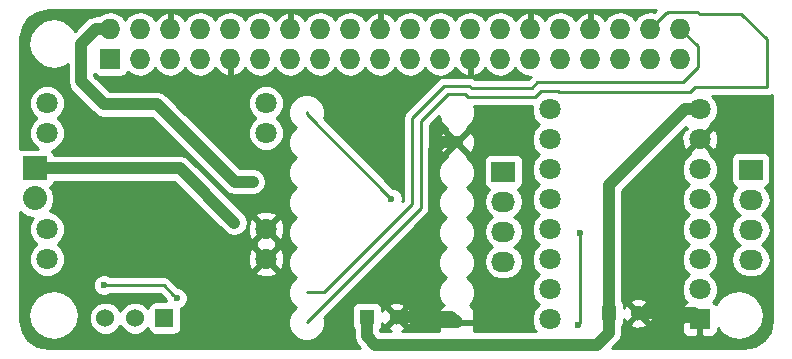
<source format=gbr>
G04 #@! TF.FileFunction,Copper,L2,Bot,Signal*
%FSLAX46Y46*%
G04 Gerber Fmt 4.6, Leading zero omitted, Abs format (unit mm)*
G04 Created by KiCad (PCBNEW 4.0.2+dfsg1-stable) date ថ្ងៃ​ច័ន្ទ ថ្ងៃ 19 ខែ មិនា ឆ្នាំ  2018, 20 ម៉ោង m នាទី 38 វិនាទី​*
%MOMM*%
G01*
G04 APERTURE LIST*
%ADD10C,0.100000*%
%ADD11C,0.300000*%
%ADD12R,1.727200X1.727200*%
%ADD13O,1.727200X1.727200*%
%ADD14R,2.032000X1.727200*%
%ADD15O,2.032000X1.727200*%
%ADD16C,1.300000*%
%ADD17R,1.300000X1.300000*%
%ADD18R,1.750000X1.750000*%
%ADD19C,1.800000*%
%ADD20R,2.032000X2.032000*%
%ADD21O,2.032000X2.032000*%
%ADD22C,1.524000*%
%ADD23R,1.524000X1.524000*%
%ADD24C,0.600000*%
%ADD25C,1.000000*%
%ADD26C,0.250000*%
%ADD27C,0.254000*%
G04 APERTURE END LIST*
D10*
D11*
X130971429Y-103678571D02*
X130471429Y-105178571D01*
X129971429Y-103678571D01*
X129471429Y-105178571D02*
X129471429Y-103678571D01*
X128757143Y-105178571D02*
X128757143Y-103678571D01*
X127900000Y-105178571D01*
X127900000Y-103678571D01*
X127185714Y-104607143D02*
X126042857Y-104607143D01*
X126614286Y-105178571D02*
X126614286Y-104035714D01*
X126721428Y-110607143D02*
X125578571Y-110607143D01*
D12*
X129430000Y-98340000D03*
D13*
X129430000Y-95800000D03*
X131970000Y-98340000D03*
X131970000Y-95800000D03*
X134510000Y-98340000D03*
X134510000Y-95800000D03*
X137050000Y-98340000D03*
X137050000Y-95800000D03*
X139590000Y-98340000D03*
X139590000Y-95800000D03*
X142130000Y-98340000D03*
X142130000Y-95800000D03*
X144670000Y-98340000D03*
X144670000Y-95800000D03*
X147210000Y-98340000D03*
X147210000Y-95800000D03*
X149750000Y-98340000D03*
X149750000Y-95800000D03*
X152290000Y-98340000D03*
X152290000Y-95800000D03*
X154830000Y-98340000D03*
X154830000Y-95800000D03*
X157370000Y-98340000D03*
X157370000Y-95800000D03*
X159910000Y-98340000D03*
X159910000Y-95800000D03*
X162450000Y-98340000D03*
X162450000Y-95800000D03*
X164990000Y-98340000D03*
X164990000Y-95800000D03*
X167530000Y-98340000D03*
X167530000Y-95800000D03*
X170070000Y-98340000D03*
X170070000Y-95800000D03*
X172610000Y-98340000D03*
X172610000Y-95800000D03*
X175150000Y-98340000D03*
X175150000Y-95800000D03*
X177690000Y-98340000D03*
X177690000Y-95800000D03*
D14*
X183660000Y-107710000D03*
D15*
X183660000Y-110250000D03*
X183660000Y-112790000D03*
X183660000Y-115330000D03*
D16*
X153670000Y-120180000D03*
D17*
X151170000Y-120180000D03*
D16*
X174150000Y-119870000D03*
D17*
X171650000Y-119870000D03*
D18*
X179340000Y-120390000D03*
D19*
X179340000Y-117850000D03*
X179340000Y-115310000D03*
X179340000Y-112770000D03*
X179340000Y-110230000D03*
X179340000Y-107690000D03*
X179340000Y-105150000D03*
X179340000Y-102610000D03*
X166640000Y-120390000D03*
X166640000Y-117850000D03*
X166640000Y-115310000D03*
X166640000Y-112770000D03*
X166640000Y-110230000D03*
X166640000Y-105150000D03*
X166640000Y-107690000D03*
X166640000Y-102610000D03*
D20*
X123030000Y-107610000D03*
D21*
X123030000Y-110150000D03*
D19*
X124079000Y-102072000D03*
X124079000Y-104612000D03*
X124079000Y-115280000D03*
X124079000Y-112740000D03*
X142621000Y-102072000D03*
X142621000Y-104612000D03*
X142621000Y-112740000D03*
X142621000Y-115280000D03*
D14*
X162720000Y-107880000D03*
D15*
X162720000Y-110420000D03*
X162720000Y-112960000D03*
X162720000Y-115500000D03*
D22*
X131520000Y-120280000D03*
D23*
X134020000Y-120280000D03*
D22*
X129020000Y-120280000D03*
D24*
X139930000Y-112230000D03*
X141500000Y-108750000D03*
X135050000Y-118600000D03*
X128880000Y-117490000D03*
X153240000Y-110180000D03*
X169050000Y-120870000D03*
X169190000Y-113080000D03*
D25*
X158750000Y-120650000D02*
X156875000Y-120650000D01*
X156875000Y-120650000D02*
X156849999Y-120624999D01*
X156849999Y-120624999D02*
X156849999Y-106037209D01*
X156849999Y-106037209D02*
X157477208Y-105410000D01*
X157477208Y-105410000D02*
X158750000Y-105410000D01*
X174150000Y-119870000D02*
X178820000Y-119870000D01*
X178820000Y-119870000D02*
X179340000Y-120390000D01*
X153670000Y-120180000D02*
X158280000Y-120180000D01*
X158280000Y-120180000D02*
X158750000Y-120650000D01*
X171650000Y-119870000D02*
X171650000Y-109027208D01*
X171650000Y-109027208D02*
X178067208Y-102610000D01*
X178067208Y-102610000D02*
X179340000Y-102610000D01*
X151170000Y-120180000D02*
X151170000Y-121830000D01*
X151170000Y-121830000D02*
X151865001Y-122525001D01*
X151865001Y-122525001D02*
X170644999Y-122525001D01*
X170644999Y-122525001D02*
X171650000Y-121520000D01*
X171650000Y-121520000D02*
X171650000Y-119870000D01*
X139930000Y-112230000D02*
X135310000Y-107610000D01*
X135310000Y-107610000D02*
X123030000Y-107610000D01*
X141500000Y-108750000D02*
X139950000Y-108750000D01*
X139950000Y-108750000D02*
X133400000Y-102200000D01*
X133400000Y-102200000D02*
X128900000Y-102200000D01*
X128900000Y-102200000D02*
X126950000Y-100250000D01*
X128208686Y-95800000D02*
X129430000Y-95800000D01*
X126950000Y-100250000D02*
X126950000Y-97058686D01*
X126950000Y-97058686D02*
X128208686Y-95800000D01*
D26*
X134750001Y-118300001D02*
X135050000Y-118600000D01*
X133940000Y-117490000D02*
X134750001Y-118300001D01*
X128880000Y-117490000D02*
X133940000Y-117490000D01*
X153240000Y-110180000D02*
X146050000Y-102990000D01*
X146050000Y-102990000D02*
X146050000Y-102870000D01*
X169190000Y-113080000D02*
X169190000Y-120730000D01*
X169190000Y-120730000D02*
X169050000Y-120870000D01*
X185020000Y-96690000D02*
X182840000Y-94510000D01*
X146050000Y-120650000D02*
X155724990Y-110975011D01*
X182840000Y-94510000D02*
X179270000Y-94510000D01*
X155724990Y-110975011D02*
X155724990Y-103638008D01*
X165422987Y-101570011D02*
X165907999Y-101084999D01*
X158017999Y-101344999D02*
X159482001Y-101344999D01*
X165907999Y-101084999D02*
X167372001Y-101084999D01*
X155724990Y-103638008D02*
X158017999Y-101344999D01*
X159482001Y-101344999D02*
X159707013Y-101570011D01*
X159707013Y-101570011D02*
X165422987Y-101570011D01*
X179270000Y-94510000D02*
X179171399Y-94411399D01*
X167372001Y-101084999D02*
X167457002Y-101170000D01*
X178522998Y-101170000D02*
X178942998Y-100750000D01*
X167457002Y-101170000D02*
X178522998Y-101170000D01*
X178942998Y-100750000D02*
X185020000Y-100750000D01*
X185020000Y-100750000D02*
X185020000Y-96690000D01*
X179171399Y-94411399D02*
X176638601Y-94411399D01*
X176638601Y-94411399D02*
X176580000Y-94470000D01*
X176580000Y-94470000D02*
X176480000Y-94470000D01*
X176480000Y-94470000D02*
X175150000Y-95800000D01*
X147322792Y-118110000D02*
X146050000Y-118110000D01*
X160017677Y-100820000D02*
X159792665Y-100594988D01*
X159792665Y-100594988D02*
X157707335Y-100594988D01*
X177690000Y-95800000D02*
X179178601Y-97288601D01*
X147529326Y-118110000D02*
X147322792Y-118110000D01*
X154974979Y-103327344D02*
X154974979Y-110664347D01*
X157707335Y-100594988D02*
X154974979Y-103327344D01*
X165112324Y-100820000D02*
X160017677Y-100820000D01*
X165597335Y-100334988D02*
X165112324Y-100820000D01*
X177898142Y-100334988D02*
X165597335Y-100334988D01*
X179178601Y-99054529D02*
X177898142Y-100334988D01*
X154974979Y-110664347D02*
X147529326Y-118110000D01*
X179178601Y-97288601D02*
X179178601Y-99054529D01*
D27*
G36*
X185450000Y-120472533D02*
X185261383Y-121420775D01*
X184762463Y-122167463D01*
X184015777Y-122666383D01*
X183067533Y-122855000D01*
X171920132Y-122855000D01*
X172452566Y-122322566D01*
X172495971Y-122257606D01*
X172698603Y-121954346D01*
X172785000Y-121520000D01*
X172785000Y-120934975D01*
X172896431Y-120771890D01*
X172897012Y-120769016D01*
X173430590Y-120769016D01*
X173486271Y-120999611D01*
X173969078Y-121167622D01*
X174479428Y-121138083D01*
X174813729Y-120999611D01*
X174869410Y-120769016D01*
X174776145Y-120675750D01*
X177830000Y-120675750D01*
X177830000Y-121391310D01*
X177926673Y-121624699D01*
X178105302Y-121803327D01*
X178338691Y-121900000D01*
X179054250Y-121900000D01*
X179213000Y-121741250D01*
X179213000Y-120517000D01*
X177988750Y-120517000D01*
X177830000Y-120675750D01*
X174776145Y-120675750D01*
X174150000Y-120049605D01*
X173430590Y-120769016D01*
X172897012Y-120769016D01*
X172947440Y-120520000D01*
X172947440Y-120357615D01*
X173020389Y-120533729D01*
X173250984Y-120589410D01*
X173970395Y-119870000D01*
X174329605Y-119870000D01*
X175049016Y-120589410D01*
X175279611Y-120533729D01*
X175447622Y-120050922D01*
X175418083Y-119540572D01*
X175279611Y-119206271D01*
X175049016Y-119150590D01*
X174329605Y-119870000D01*
X173970395Y-119870000D01*
X173250984Y-119150590D01*
X173020389Y-119206271D01*
X172947440Y-119415902D01*
X172947440Y-119220000D01*
X172903162Y-118984683D01*
X172894347Y-118970984D01*
X173430590Y-118970984D01*
X174150000Y-119690395D01*
X174869410Y-118970984D01*
X174813729Y-118740389D01*
X174330922Y-118572378D01*
X173820572Y-118601917D01*
X173486271Y-118740389D01*
X173430590Y-118970984D01*
X172894347Y-118970984D01*
X172785000Y-118801054D01*
X172785000Y-109497340D01*
X174288349Y-107993991D01*
X177804735Y-107993991D01*
X178037932Y-108558371D01*
X178439182Y-108960323D01*
X178039449Y-109359357D01*
X177805267Y-109923330D01*
X177804735Y-110533991D01*
X178037932Y-111098371D01*
X178439182Y-111500323D01*
X178039449Y-111899357D01*
X177805267Y-112463330D01*
X177804735Y-113073991D01*
X178037932Y-113638371D01*
X178439182Y-114040323D01*
X178039449Y-114439357D01*
X177805267Y-115003330D01*
X177804735Y-115613991D01*
X178037932Y-116178371D01*
X178439182Y-116580323D01*
X178039449Y-116979357D01*
X177805267Y-117543330D01*
X177804735Y-118153991D01*
X178037932Y-118718371D01*
X178240061Y-118920854D01*
X178105302Y-118976673D01*
X177926673Y-119155301D01*
X177830000Y-119388690D01*
X177830000Y-120104250D01*
X177988750Y-120263000D01*
X179213000Y-120263000D01*
X179213000Y-120243000D01*
X179467000Y-120243000D01*
X179467000Y-120263000D01*
X179487000Y-120263000D01*
X179487000Y-120517000D01*
X179467000Y-120517000D01*
X179467000Y-121741250D01*
X179625750Y-121900000D01*
X180341309Y-121900000D01*
X180574698Y-121803327D01*
X180753327Y-121624699D01*
X180850000Y-121391310D01*
X180850000Y-121137617D01*
X181125327Y-121549673D01*
X181817971Y-122012483D01*
X182635000Y-122175000D01*
X183452029Y-122012483D01*
X184144673Y-121549673D01*
X184607483Y-120857029D01*
X184770000Y-120040000D01*
X184607483Y-119222971D01*
X184144673Y-118530327D01*
X183452029Y-118067517D01*
X182635000Y-117905000D01*
X181817971Y-118067517D01*
X181125327Y-118530327D01*
X180725995Y-119127969D01*
X180574698Y-118976673D01*
X180439975Y-118920869D01*
X180640551Y-118720643D01*
X180874733Y-118156670D01*
X180875265Y-117546009D01*
X180642068Y-116981629D01*
X180240818Y-116579677D01*
X180640551Y-116180643D01*
X180874733Y-115616670D01*
X180875265Y-115006009D01*
X180642068Y-114441629D01*
X180240818Y-114039677D01*
X180640551Y-113640643D01*
X180874733Y-113076670D01*
X180875265Y-112466009D01*
X180642068Y-111901629D01*
X180240818Y-111499677D01*
X180640551Y-111100643D01*
X180874733Y-110536670D01*
X180874982Y-110250000D01*
X181976655Y-110250000D01*
X182090729Y-110823489D01*
X182415585Y-111309670D01*
X182730366Y-111520000D01*
X182415585Y-111730330D01*
X182090729Y-112216511D01*
X181976655Y-112790000D01*
X182090729Y-113363489D01*
X182415585Y-113849670D01*
X182730366Y-114060000D01*
X182415585Y-114270330D01*
X182090729Y-114756511D01*
X181976655Y-115330000D01*
X182090729Y-115903489D01*
X182415585Y-116389670D01*
X182901766Y-116714526D01*
X183475255Y-116828600D01*
X183844745Y-116828600D01*
X184418234Y-116714526D01*
X184904415Y-116389670D01*
X185229271Y-115903489D01*
X185343345Y-115330000D01*
X185229271Y-114756511D01*
X184904415Y-114270330D01*
X184589634Y-114060000D01*
X184904415Y-113849670D01*
X185229271Y-113363489D01*
X185343345Y-112790000D01*
X185229271Y-112216511D01*
X184904415Y-111730330D01*
X184589634Y-111520000D01*
X184904415Y-111309670D01*
X185229271Y-110823489D01*
X185343345Y-110250000D01*
X185229271Y-109676511D01*
X184904415Y-109190330D01*
X184890087Y-109180757D01*
X184911317Y-109176762D01*
X185127441Y-109037690D01*
X185272431Y-108825490D01*
X185323440Y-108573600D01*
X185323440Y-106846400D01*
X185279162Y-106611083D01*
X185140090Y-106394959D01*
X184927890Y-106249969D01*
X184676000Y-106198960D01*
X182644000Y-106198960D01*
X182408683Y-106243238D01*
X182192559Y-106382310D01*
X182047569Y-106594510D01*
X181996560Y-106846400D01*
X181996560Y-108573600D01*
X182040838Y-108808917D01*
X182179910Y-109025041D01*
X182392110Y-109170031D01*
X182433439Y-109178400D01*
X182415585Y-109190330D01*
X182090729Y-109676511D01*
X181976655Y-110250000D01*
X180874982Y-110250000D01*
X180875265Y-109926009D01*
X180642068Y-109361629D01*
X180240818Y-108959677D01*
X180640551Y-108560643D01*
X180874733Y-107996670D01*
X180875265Y-107386009D01*
X180642068Y-106821629D01*
X180210643Y-106389449D01*
X180189806Y-106380797D01*
X180240554Y-106230159D01*
X179340000Y-105329605D01*
X178439446Y-106230159D01*
X178490035Y-106380327D01*
X178471629Y-106387932D01*
X178039449Y-106819357D01*
X177805267Y-107383330D01*
X177804735Y-107993991D01*
X174288349Y-107993991D01*
X178146366Y-104135974D01*
X178259839Y-104249447D01*
X178003357Y-104335852D01*
X177793542Y-104909336D01*
X177819161Y-105519460D01*
X178003357Y-105964148D01*
X178259841Y-106050554D01*
X179160395Y-105150000D01*
X179519605Y-105150000D01*
X180420159Y-106050554D01*
X180676643Y-105964148D01*
X180886458Y-105390664D01*
X180860839Y-104780540D01*
X180676643Y-104335852D01*
X180420159Y-104249446D01*
X179519605Y-105150000D01*
X179160395Y-105150000D01*
X179146253Y-105135858D01*
X179325858Y-104956253D01*
X179340000Y-104970395D01*
X180240554Y-104069841D01*
X180189965Y-103919673D01*
X180208371Y-103912068D01*
X180640551Y-103480643D01*
X180874733Y-102916670D01*
X180875265Y-102306009D01*
X180642068Y-101741629D01*
X180410844Y-101510000D01*
X185020000Y-101510000D01*
X185310839Y-101452148D01*
X185450000Y-101359164D01*
X185450000Y-120472533D01*
X185450000Y-120472533D01*
G37*
X185450000Y-120472533D02*
X185261383Y-121420775D01*
X184762463Y-122167463D01*
X184015777Y-122666383D01*
X183067533Y-122855000D01*
X171920132Y-122855000D01*
X172452566Y-122322566D01*
X172495971Y-122257606D01*
X172698603Y-121954346D01*
X172785000Y-121520000D01*
X172785000Y-120934975D01*
X172896431Y-120771890D01*
X172897012Y-120769016D01*
X173430590Y-120769016D01*
X173486271Y-120999611D01*
X173969078Y-121167622D01*
X174479428Y-121138083D01*
X174813729Y-120999611D01*
X174869410Y-120769016D01*
X174776145Y-120675750D01*
X177830000Y-120675750D01*
X177830000Y-121391310D01*
X177926673Y-121624699D01*
X178105302Y-121803327D01*
X178338691Y-121900000D01*
X179054250Y-121900000D01*
X179213000Y-121741250D01*
X179213000Y-120517000D01*
X177988750Y-120517000D01*
X177830000Y-120675750D01*
X174776145Y-120675750D01*
X174150000Y-120049605D01*
X173430590Y-120769016D01*
X172897012Y-120769016D01*
X172947440Y-120520000D01*
X172947440Y-120357615D01*
X173020389Y-120533729D01*
X173250984Y-120589410D01*
X173970395Y-119870000D01*
X174329605Y-119870000D01*
X175049016Y-120589410D01*
X175279611Y-120533729D01*
X175447622Y-120050922D01*
X175418083Y-119540572D01*
X175279611Y-119206271D01*
X175049016Y-119150590D01*
X174329605Y-119870000D01*
X173970395Y-119870000D01*
X173250984Y-119150590D01*
X173020389Y-119206271D01*
X172947440Y-119415902D01*
X172947440Y-119220000D01*
X172903162Y-118984683D01*
X172894347Y-118970984D01*
X173430590Y-118970984D01*
X174150000Y-119690395D01*
X174869410Y-118970984D01*
X174813729Y-118740389D01*
X174330922Y-118572378D01*
X173820572Y-118601917D01*
X173486271Y-118740389D01*
X173430590Y-118970984D01*
X172894347Y-118970984D01*
X172785000Y-118801054D01*
X172785000Y-109497340D01*
X174288349Y-107993991D01*
X177804735Y-107993991D01*
X178037932Y-108558371D01*
X178439182Y-108960323D01*
X178039449Y-109359357D01*
X177805267Y-109923330D01*
X177804735Y-110533991D01*
X178037932Y-111098371D01*
X178439182Y-111500323D01*
X178039449Y-111899357D01*
X177805267Y-112463330D01*
X177804735Y-113073991D01*
X178037932Y-113638371D01*
X178439182Y-114040323D01*
X178039449Y-114439357D01*
X177805267Y-115003330D01*
X177804735Y-115613991D01*
X178037932Y-116178371D01*
X178439182Y-116580323D01*
X178039449Y-116979357D01*
X177805267Y-117543330D01*
X177804735Y-118153991D01*
X178037932Y-118718371D01*
X178240061Y-118920854D01*
X178105302Y-118976673D01*
X177926673Y-119155301D01*
X177830000Y-119388690D01*
X177830000Y-120104250D01*
X177988750Y-120263000D01*
X179213000Y-120263000D01*
X179213000Y-120243000D01*
X179467000Y-120243000D01*
X179467000Y-120263000D01*
X179487000Y-120263000D01*
X179487000Y-120517000D01*
X179467000Y-120517000D01*
X179467000Y-121741250D01*
X179625750Y-121900000D01*
X180341309Y-121900000D01*
X180574698Y-121803327D01*
X180753327Y-121624699D01*
X180850000Y-121391310D01*
X180850000Y-121137617D01*
X181125327Y-121549673D01*
X181817971Y-122012483D01*
X182635000Y-122175000D01*
X183452029Y-122012483D01*
X184144673Y-121549673D01*
X184607483Y-120857029D01*
X184770000Y-120040000D01*
X184607483Y-119222971D01*
X184144673Y-118530327D01*
X183452029Y-118067517D01*
X182635000Y-117905000D01*
X181817971Y-118067517D01*
X181125327Y-118530327D01*
X180725995Y-119127969D01*
X180574698Y-118976673D01*
X180439975Y-118920869D01*
X180640551Y-118720643D01*
X180874733Y-118156670D01*
X180875265Y-117546009D01*
X180642068Y-116981629D01*
X180240818Y-116579677D01*
X180640551Y-116180643D01*
X180874733Y-115616670D01*
X180875265Y-115006009D01*
X180642068Y-114441629D01*
X180240818Y-114039677D01*
X180640551Y-113640643D01*
X180874733Y-113076670D01*
X180875265Y-112466009D01*
X180642068Y-111901629D01*
X180240818Y-111499677D01*
X180640551Y-111100643D01*
X180874733Y-110536670D01*
X180874982Y-110250000D01*
X181976655Y-110250000D01*
X182090729Y-110823489D01*
X182415585Y-111309670D01*
X182730366Y-111520000D01*
X182415585Y-111730330D01*
X182090729Y-112216511D01*
X181976655Y-112790000D01*
X182090729Y-113363489D01*
X182415585Y-113849670D01*
X182730366Y-114060000D01*
X182415585Y-114270330D01*
X182090729Y-114756511D01*
X181976655Y-115330000D01*
X182090729Y-115903489D01*
X182415585Y-116389670D01*
X182901766Y-116714526D01*
X183475255Y-116828600D01*
X183844745Y-116828600D01*
X184418234Y-116714526D01*
X184904415Y-116389670D01*
X185229271Y-115903489D01*
X185343345Y-115330000D01*
X185229271Y-114756511D01*
X184904415Y-114270330D01*
X184589634Y-114060000D01*
X184904415Y-113849670D01*
X185229271Y-113363489D01*
X185343345Y-112790000D01*
X185229271Y-112216511D01*
X184904415Y-111730330D01*
X184589634Y-111520000D01*
X184904415Y-111309670D01*
X185229271Y-110823489D01*
X185343345Y-110250000D01*
X185229271Y-109676511D01*
X184904415Y-109190330D01*
X184890087Y-109180757D01*
X184911317Y-109176762D01*
X185127441Y-109037690D01*
X185272431Y-108825490D01*
X185323440Y-108573600D01*
X185323440Y-106846400D01*
X185279162Y-106611083D01*
X185140090Y-106394959D01*
X184927890Y-106249969D01*
X184676000Y-106198960D01*
X182644000Y-106198960D01*
X182408683Y-106243238D01*
X182192559Y-106382310D01*
X182047569Y-106594510D01*
X181996560Y-106846400D01*
X181996560Y-108573600D01*
X182040838Y-108808917D01*
X182179910Y-109025041D01*
X182392110Y-109170031D01*
X182433439Y-109178400D01*
X182415585Y-109190330D01*
X182090729Y-109676511D01*
X181976655Y-110250000D01*
X180874982Y-110250000D01*
X180875265Y-109926009D01*
X180642068Y-109361629D01*
X180240818Y-108959677D01*
X180640551Y-108560643D01*
X180874733Y-107996670D01*
X180875265Y-107386009D01*
X180642068Y-106821629D01*
X180210643Y-106389449D01*
X180189806Y-106380797D01*
X180240554Y-106230159D01*
X179340000Y-105329605D01*
X178439446Y-106230159D01*
X178490035Y-106380327D01*
X178471629Y-106387932D01*
X178039449Y-106819357D01*
X177805267Y-107383330D01*
X177804735Y-107993991D01*
X174288349Y-107993991D01*
X178146366Y-104135974D01*
X178259839Y-104249447D01*
X178003357Y-104335852D01*
X177793542Y-104909336D01*
X177819161Y-105519460D01*
X178003357Y-105964148D01*
X178259841Y-106050554D01*
X179160395Y-105150000D01*
X179519605Y-105150000D01*
X180420159Y-106050554D01*
X180676643Y-105964148D01*
X180886458Y-105390664D01*
X180860839Y-104780540D01*
X180676643Y-104335852D01*
X180420159Y-104249446D01*
X179519605Y-105150000D01*
X179160395Y-105150000D01*
X179146253Y-105135858D01*
X179325858Y-104956253D01*
X179340000Y-104970395D01*
X180240554Y-104069841D01*
X180189965Y-103919673D01*
X180208371Y-103912068D01*
X180640551Y-103480643D01*
X180874733Y-102916670D01*
X180875265Y-102306009D01*
X180642068Y-101741629D01*
X180410844Y-101510000D01*
X185020000Y-101510000D01*
X185310839Y-101452148D01*
X185450000Y-101359164D01*
X185450000Y-120472533D01*
G36*
X175508356Y-94366842D02*
X175179359Y-94301400D01*
X175120641Y-94301400D01*
X174547152Y-94415474D01*
X174060971Y-94740330D01*
X173880000Y-95011172D01*
X173699029Y-94740330D01*
X173212848Y-94415474D01*
X172639359Y-94301400D01*
X172580641Y-94301400D01*
X172007152Y-94415474D01*
X171520971Y-94740330D01*
X171340008Y-95011161D01*
X170958490Y-94593179D01*
X170429027Y-94345032D01*
X170197000Y-94465531D01*
X170197000Y-95673000D01*
X170217000Y-95673000D01*
X170217000Y-95927000D01*
X170197000Y-95927000D01*
X170197000Y-95947000D01*
X169943000Y-95947000D01*
X169943000Y-95927000D01*
X169923000Y-95927000D01*
X169923000Y-95673000D01*
X169943000Y-95673000D01*
X169943000Y-94465531D01*
X169710973Y-94345032D01*
X169181510Y-94593179D01*
X168799992Y-95011161D01*
X168619029Y-94740330D01*
X168132848Y-94415474D01*
X167559359Y-94301400D01*
X167500641Y-94301400D01*
X166927152Y-94415474D01*
X166440971Y-94740330D01*
X166260008Y-95011161D01*
X165878490Y-94593179D01*
X165349027Y-94345032D01*
X165117000Y-94465531D01*
X165117000Y-95673000D01*
X165137000Y-95673000D01*
X165137000Y-95927000D01*
X165117000Y-95927000D01*
X165117000Y-95947000D01*
X164863000Y-95947000D01*
X164863000Y-95927000D01*
X164843000Y-95927000D01*
X164843000Y-95673000D01*
X164863000Y-95673000D01*
X164863000Y-94465531D01*
X164630973Y-94345032D01*
X164101510Y-94593179D01*
X163719992Y-95011161D01*
X163539029Y-94740330D01*
X163052848Y-94415474D01*
X162479359Y-94301400D01*
X162420641Y-94301400D01*
X161847152Y-94415474D01*
X161360971Y-94740330D01*
X161180000Y-95011172D01*
X160999029Y-94740330D01*
X160512848Y-94415474D01*
X159939359Y-94301400D01*
X159880641Y-94301400D01*
X159307152Y-94415474D01*
X158820971Y-94740330D01*
X158640000Y-95011172D01*
X158459029Y-94740330D01*
X157972848Y-94415474D01*
X157399359Y-94301400D01*
X157340641Y-94301400D01*
X156767152Y-94415474D01*
X156280971Y-94740330D01*
X156100000Y-95011172D01*
X155919029Y-94740330D01*
X155432848Y-94415474D01*
X154859359Y-94301400D01*
X154800641Y-94301400D01*
X154227152Y-94415474D01*
X153740971Y-94740330D01*
X153560008Y-95011161D01*
X153178490Y-94593179D01*
X152649027Y-94345032D01*
X152417000Y-94465531D01*
X152417000Y-95673000D01*
X152437000Y-95673000D01*
X152437000Y-95927000D01*
X152417000Y-95927000D01*
X152417000Y-95947000D01*
X152163000Y-95947000D01*
X152163000Y-95927000D01*
X152143000Y-95927000D01*
X152143000Y-95673000D01*
X152163000Y-95673000D01*
X152163000Y-94465531D01*
X151930973Y-94345032D01*
X151401510Y-94593179D01*
X151019992Y-95011161D01*
X150839029Y-94740330D01*
X150352848Y-94415474D01*
X149779359Y-94301400D01*
X149720641Y-94301400D01*
X149147152Y-94415474D01*
X148660971Y-94740330D01*
X148480000Y-95011172D01*
X148299029Y-94740330D01*
X147812848Y-94415474D01*
X147239359Y-94301400D01*
X147180641Y-94301400D01*
X146607152Y-94415474D01*
X146120971Y-94740330D01*
X145940008Y-95011161D01*
X145558490Y-94593179D01*
X145029027Y-94345032D01*
X144797000Y-94465531D01*
X144797000Y-95673000D01*
X144817000Y-95673000D01*
X144817000Y-95927000D01*
X144797000Y-95927000D01*
X144797000Y-95947000D01*
X144543000Y-95947000D01*
X144543000Y-95927000D01*
X144523000Y-95927000D01*
X144523000Y-95673000D01*
X144543000Y-95673000D01*
X144543000Y-94465531D01*
X144310973Y-94345032D01*
X143781510Y-94593179D01*
X143399992Y-95011161D01*
X143219029Y-94740330D01*
X142732848Y-94415474D01*
X142159359Y-94301400D01*
X142100641Y-94301400D01*
X141527152Y-94415474D01*
X141040971Y-94740330D01*
X140860000Y-95011172D01*
X140679029Y-94740330D01*
X140192848Y-94415474D01*
X139619359Y-94301400D01*
X139560641Y-94301400D01*
X138987152Y-94415474D01*
X138500971Y-94740330D01*
X138320000Y-95011172D01*
X138139029Y-94740330D01*
X137652848Y-94415474D01*
X137079359Y-94301400D01*
X137020641Y-94301400D01*
X136447152Y-94415474D01*
X135960971Y-94740330D01*
X135780008Y-95011161D01*
X135398490Y-94593179D01*
X134869027Y-94345032D01*
X134637000Y-94465531D01*
X134637000Y-95673000D01*
X134657000Y-95673000D01*
X134657000Y-95927000D01*
X134637000Y-95927000D01*
X134637000Y-95947000D01*
X134383000Y-95947000D01*
X134383000Y-95927000D01*
X134363000Y-95927000D01*
X134363000Y-95673000D01*
X134383000Y-95673000D01*
X134383000Y-94465531D01*
X134150973Y-94345032D01*
X133621510Y-94593179D01*
X133239992Y-95011161D01*
X133059029Y-94740330D01*
X132572848Y-94415474D01*
X131999359Y-94301400D01*
X131940641Y-94301400D01*
X131367152Y-94415474D01*
X130880971Y-94740330D01*
X130700000Y-95011172D01*
X130519029Y-94740330D01*
X130032848Y-94415474D01*
X129459359Y-94301400D01*
X129400641Y-94301400D01*
X128827152Y-94415474D01*
X128453710Y-94665000D01*
X128208686Y-94665000D01*
X127774340Y-94751397D01*
X127668086Y-94822394D01*
X127406120Y-94997434D01*
X126436491Y-95967063D01*
X126144673Y-95530327D01*
X125452029Y-95067517D01*
X124635000Y-94905000D01*
X123817971Y-95067517D01*
X123125327Y-95530327D01*
X122662517Y-96222971D01*
X122500000Y-97040000D01*
X122662517Y-97857029D01*
X123125327Y-98549673D01*
X123817971Y-99012483D01*
X124635000Y-99175000D01*
X125452029Y-99012483D01*
X125815000Y-98769953D01*
X125815000Y-100250000D01*
X125901397Y-100684346D01*
X126134100Y-101032610D01*
X126147434Y-101052566D01*
X128097433Y-103002566D01*
X128465654Y-103248603D01*
X128900000Y-103335000D01*
X132929868Y-103335000D01*
X139147434Y-109552566D01*
X139515654Y-109798603D01*
X139950000Y-109885000D01*
X141500000Y-109885000D01*
X141934346Y-109798603D01*
X142302566Y-109552566D01*
X142548603Y-109184346D01*
X142635000Y-108750000D01*
X142548603Y-108315654D01*
X142302566Y-107947434D01*
X141934346Y-107701397D01*
X141500000Y-107615000D01*
X140420132Y-107615000D01*
X135181123Y-102375991D01*
X141085735Y-102375991D01*
X141318932Y-102940371D01*
X141720182Y-103342323D01*
X141320449Y-103741357D01*
X141086267Y-104305330D01*
X141085735Y-104915991D01*
X141318932Y-105480371D01*
X141750357Y-105912551D01*
X142314330Y-106146733D01*
X142924991Y-106147265D01*
X143489371Y-105914068D01*
X143921551Y-105482643D01*
X144155733Y-104918670D01*
X144156265Y-104308009D01*
X143923068Y-103743629D01*
X143521818Y-103341677D01*
X143921551Y-102942643D01*
X144155733Y-102378670D01*
X144156265Y-101768009D01*
X143923068Y-101203629D01*
X143491643Y-100771449D01*
X142927670Y-100537267D01*
X142317009Y-100536735D01*
X141752629Y-100769932D01*
X141320449Y-101201357D01*
X141086267Y-101765330D01*
X141085735Y-102375991D01*
X135181123Y-102375991D01*
X134202566Y-101397434D01*
X134139041Y-101354988D01*
X133834346Y-101151397D01*
X133400000Y-101065000D01*
X129370133Y-101065000D01*
X128085000Y-99779868D01*
X128085000Y-99628140D01*
X128102310Y-99655041D01*
X128314510Y-99800031D01*
X128566400Y-99851040D01*
X130293600Y-99851040D01*
X130528917Y-99806762D01*
X130745041Y-99667690D01*
X130890031Y-99455490D01*
X130898908Y-99411655D01*
X131367152Y-99724526D01*
X131940641Y-99838600D01*
X131999359Y-99838600D01*
X132572848Y-99724526D01*
X133059029Y-99399670D01*
X133240000Y-99128828D01*
X133420971Y-99399670D01*
X133907152Y-99724526D01*
X134480641Y-99838600D01*
X134539359Y-99838600D01*
X135112848Y-99724526D01*
X135599029Y-99399670D01*
X135780000Y-99128828D01*
X135960971Y-99399670D01*
X136447152Y-99724526D01*
X137020641Y-99838600D01*
X137079359Y-99838600D01*
X137652848Y-99724526D01*
X138139029Y-99399670D01*
X138319992Y-99128839D01*
X138701510Y-99546821D01*
X139230973Y-99794968D01*
X139463000Y-99674469D01*
X139463000Y-98467000D01*
X139443000Y-98467000D01*
X139443000Y-98213000D01*
X139463000Y-98213000D01*
X139463000Y-98193000D01*
X139717000Y-98193000D01*
X139717000Y-98213000D01*
X139737000Y-98213000D01*
X139737000Y-98467000D01*
X139717000Y-98467000D01*
X139717000Y-99674469D01*
X139949027Y-99794968D01*
X140478490Y-99546821D01*
X140860008Y-99128839D01*
X141040971Y-99399670D01*
X141527152Y-99724526D01*
X142100641Y-99838600D01*
X142159359Y-99838600D01*
X142732848Y-99724526D01*
X143219029Y-99399670D01*
X143400000Y-99128828D01*
X143580971Y-99399670D01*
X144067152Y-99724526D01*
X144640641Y-99838600D01*
X144699359Y-99838600D01*
X145272848Y-99724526D01*
X145759029Y-99399670D01*
X145940000Y-99128828D01*
X146120971Y-99399670D01*
X146607152Y-99724526D01*
X147180641Y-99838600D01*
X147239359Y-99838600D01*
X147812848Y-99724526D01*
X148299029Y-99399670D01*
X148480000Y-99128828D01*
X148660971Y-99399670D01*
X149147152Y-99724526D01*
X149720641Y-99838600D01*
X149779359Y-99838600D01*
X150352848Y-99724526D01*
X150839029Y-99399670D01*
X151020000Y-99128828D01*
X151200971Y-99399670D01*
X151687152Y-99724526D01*
X152260641Y-99838600D01*
X152319359Y-99838600D01*
X152892848Y-99724526D01*
X153379029Y-99399670D01*
X153560000Y-99128828D01*
X153740971Y-99399670D01*
X154227152Y-99724526D01*
X154800641Y-99838600D01*
X154859359Y-99838600D01*
X155432848Y-99724526D01*
X155919029Y-99399670D01*
X156100000Y-99128828D01*
X156280971Y-99399670D01*
X156767152Y-99724526D01*
X157340641Y-99838600D01*
X157399359Y-99838600D01*
X157972848Y-99724526D01*
X158459029Y-99399670D01*
X158639992Y-99128839D01*
X159021510Y-99546821D01*
X159550973Y-99794968D01*
X159783000Y-99674469D01*
X159783000Y-98467000D01*
X159763000Y-98467000D01*
X159763000Y-98213000D01*
X159783000Y-98213000D01*
X159783000Y-98193000D01*
X160037000Y-98193000D01*
X160037000Y-98213000D01*
X160057000Y-98213000D01*
X160057000Y-98467000D01*
X160037000Y-98467000D01*
X160037000Y-99674469D01*
X160269027Y-99794968D01*
X160798490Y-99546821D01*
X161180008Y-99128839D01*
X161360971Y-99399670D01*
X161847152Y-99724526D01*
X162420641Y-99838600D01*
X162479359Y-99838600D01*
X163052848Y-99724526D01*
X163539029Y-99399670D01*
X163720000Y-99128828D01*
X163900971Y-99399670D01*
X164387152Y-99724526D01*
X164960641Y-99838600D01*
X165018920Y-99838600D01*
X164797521Y-100060000D01*
X160332479Y-100060000D01*
X160330066Y-100057587D01*
X160083504Y-99892840D01*
X159792665Y-99834988D01*
X157707335Y-99834988D01*
X157416496Y-99892840D01*
X157169934Y-100057587D01*
X154437578Y-102789943D01*
X154272831Y-103036505D01*
X154214979Y-103327344D01*
X154214979Y-110349545D01*
X154158586Y-110405938D01*
X154174838Y-110366799D01*
X154175162Y-109994833D01*
X154033117Y-109651057D01*
X153770327Y-109387808D01*
X153426799Y-109245162D01*
X153379923Y-109245121D01*
X147504557Y-103369755D01*
X147584733Y-103176670D01*
X147585265Y-102566009D01*
X147352068Y-102001629D01*
X146920643Y-101569449D01*
X146356670Y-101335267D01*
X145746009Y-101334735D01*
X145181629Y-101567932D01*
X144749449Y-101999357D01*
X144515267Y-102563330D01*
X144514735Y-103173991D01*
X144747932Y-103738371D01*
X145149182Y-104140323D01*
X144749449Y-104539357D01*
X144515267Y-105103330D01*
X144514735Y-105713991D01*
X144747932Y-106278371D01*
X145149182Y-106680323D01*
X144749449Y-107079357D01*
X144515267Y-107643330D01*
X144514735Y-108253991D01*
X144747932Y-108818371D01*
X145149182Y-109220323D01*
X144749449Y-109619357D01*
X144515267Y-110183330D01*
X144514735Y-110793991D01*
X144747932Y-111358371D01*
X145149182Y-111760323D01*
X144749449Y-112159357D01*
X144515267Y-112723330D01*
X144514735Y-113333991D01*
X144747932Y-113898371D01*
X145149182Y-114300323D01*
X144749449Y-114699357D01*
X144515267Y-115263330D01*
X144514735Y-115873991D01*
X144747932Y-116438371D01*
X145149182Y-116840323D01*
X144749449Y-117239357D01*
X144515267Y-117803330D01*
X144514735Y-118413991D01*
X144747932Y-118978371D01*
X145149182Y-119380323D01*
X144749449Y-119779357D01*
X144515267Y-120343330D01*
X144514735Y-120953991D01*
X144747932Y-121518371D01*
X145179357Y-121950551D01*
X145743330Y-122184733D01*
X146353991Y-122185265D01*
X146918371Y-121952068D01*
X147350551Y-121520643D01*
X147584733Y-120956670D01*
X147585265Y-120346009D01*
X147539515Y-120235287D01*
X156262391Y-111512412D01*
X156427138Y-111265851D01*
X156484990Y-110975011D01*
X156484990Y-108253991D01*
X157214735Y-108253991D01*
X157447932Y-108818371D01*
X157849182Y-109220323D01*
X157449449Y-109619357D01*
X157215267Y-110183330D01*
X157214735Y-110793991D01*
X157447932Y-111358371D01*
X157849182Y-111760323D01*
X157449449Y-112159357D01*
X157215267Y-112723330D01*
X157214735Y-113333991D01*
X157447932Y-113898371D01*
X157849182Y-114300323D01*
X157449449Y-114699357D01*
X157215267Y-115263330D01*
X157214735Y-115873991D01*
X157447932Y-116438371D01*
X157849182Y-116840323D01*
X157449449Y-117239357D01*
X157215267Y-117803330D01*
X157214735Y-118413991D01*
X157447932Y-118978371D01*
X157650061Y-119180854D01*
X157515302Y-119236673D01*
X157336673Y-119415301D01*
X157240000Y-119648690D01*
X157240000Y-120364250D01*
X157398750Y-120523000D01*
X158623000Y-120523000D01*
X158623000Y-120503000D01*
X158877000Y-120503000D01*
X158877000Y-120523000D01*
X160101250Y-120523000D01*
X160260000Y-120364250D01*
X160260000Y-119648690D01*
X160163327Y-119415301D01*
X159984698Y-119236673D01*
X159849975Y-119180869D01*
X160050551Y-118980643D01*
X160284733Y-118416670D01*
X160285265Y-117806009D01*
X160052068Y-117241629D01*
X159650818Y-116839677D01*
X160050551Y-116440643D01*
X160284733Y-115876670D01*
X160285265Y-115266009D01*
X160052068Y-114701629D01*
X159650818Y-114299677D01*
X160050551Y-113900643D01*
X160284733Y-113336670D01*
X160285265Y-112726009D01*
X160052068Y-112161629D01*
X159650818Y-111759677D01*
X160050551Y-111360643D01*
X160284733Y-110796670D01*
X160285061Y-110420000D01*
X161036655Y-110420000D01*
X161150729Y-110993489D01*
X161475585Y-111479670D01*
X161790366Y-111690000D01*
X161475585Y-111900330D01*
X161150729Y-112386511D01*
X161036655Y-112960000D01*
X161150729Y-113533489D01*
X161475585Y-114019670D01*
X161790366Y-114230000D01*
X161475585Y-114440330D01*
X161150729Y-114926511D01*
X161036655Y-115500000D01*
X161150729Y-116073489D01*
X161475585Y-116559670D01*
X161961766Y-116884526D01*
X162535255Y-116998600D01*
X162904745Y-116998600D01*
X163478234Y-116884526D01*
X163964415Y-116559670D01*
X164289271Y-116073489D01*
X164403345Y-115500000D01*
X164289271Y-114926511D01*
X163964415Y-114440330D01*
X163649634Y-114230000D01*
X163964415Y-114019670D01*
X164289271Y-113533489D01*
X164403345Y-112960000D01*
X164289271Y-112386511D01*
X163964415Y-111900330D01*
X163649634Y-111690000D01*
X163964415Y-111479670D01*
X164289271Y-110993489D01*
X164403345Y-110420000D01*
X164289271Y-109846511D01*
X163964415Y-109360330D01*
X163950087Y-109350757D01*
X163971317Y-109346762D01*
X164187441Y-109207690D01*
X164332431Y-108995490D01*
X164383440Y-108743600D01*
X164383440Y-107016400D01*
X164339162Y-106781083D01*
X164200090Y-106564959D01*
X163987890Y-106419969D01*
X163736000Y-106368960D01*
X161704000Y-106368960D01*
X161468683Y-106413238D01*
X161252559Y-106552310D01*
X161107569Y-106764510D01*
X161056560Y-107016400D01*
X161056560Y-108743600D01*
X161100838Y-108978917D01*
X161239910Y-109195041D01*
X161452110Y-109340031D01*
X161493439Y-109348400D01*
X161475585Y-109360330D01*
X161150729Y-109846511D01*
X161036655Y-110420000D01*
X160285061Y-110420000D01*
X160285265Y-110186009D01*
X160052068Y-109621629D01*
X159650818Y-109219677D01*
X160050551Y-108820643D01*
X160284733Y-108256670D01*
X160285265Y-107646009D01*
X160052068Y-107081629D01*
X159620643Y-106649449D01*
X159599806Y-106640797D01*
X159650554Y-106490159D01*
X158750000Y-105589605D01*
X157849446Y-106490159D01*
X157900035Y-106640327D01*
X157881629Y-106647932D01*
X157449449Y-107079357D01*
X157215267Y-107643330D01*
X157214735Y-108253991D01*
X156484990Y-108253991D01*
X156484990Y-105169336D01*
X157203542Y-105169336D01*
X157229161Y-105779460D01*
X157413357Y-106224148D01*
X157669841Y-106310554D01*
X158570395Y-105410000D01*
X158929605Y-105410000D01*
X159830159Y-106310554D01*
X160086643Y-106224148D01*
X160296458Y-105650664D01*
X160270839Y-105040540D01*
X160086643Y-104595852D01*
X159830159Y-104509446D01*
X158929605Y-105410000D01*
X158570395Y-105410000D01*
X157669841Y-104509446D01*
X157413357Y-104595852D01*
X157203542Y-105169336D01*
X156484990Y-105169336D01*
X156484990Y-103952810D01*
X157229083Y-103208717D01*
X157447932Y-103738371D01*
X157879357Y-104170551D01*
X157900194Y-104179203D01*
X157849446Y-104329841D01*
X158750000Y-105230395D01*
X159650554Y-104329841D01*
X159599965Y-104179673D01*
X159618371Y-104172068D01*
X160050551Y-103740643D01*
X160284733Y-103176670D01*
X160285265Y-102566009D01*
X160187753Y-102330011D01*
X165105244Y-102330011D01*
X165104735Y-102913991D01*
X165337932Y-103478371D01*
X165739182Y-103880323D01*
X165339449Y-104279357D01*
X165105267Y-104843330D01*
X165104735Y-105453991D01*
X165337932Y-106018371D01*
X165739182Y-106420323D01*
X165339449Y-106819357D01*
X165105267Y-107383330D01*
X165104735Y-107993991D01*
X165337932Y-108558371D01*
X165739182Y-108960323D01*
X165339449Y-109359357D01*
X165105267Y-109923330D01*
X165104735Y-110533991D01*
X165337932Y-111098371D01*
X165739182Y-111500323D01*
X165339449Y-111899357D01*
X165105267Y-112463330D01*
X165104735Y-113073991D01*
X165337932Y-113638371D01*
X165739182Y-114040323D01*
X165339449Y-114439357D01*
X165105267Y-115003330D01*
X165104735Y-115613991D01*
X165337932Y-116178371D01*
X165739182Y-116580323D01*
X165339449Y-116979357D01*
X165105267Y-117543330D01*
X165104735Y-118153991D01*
X165337932Y-118718371D01*
X165739182Y-119120323D01*
X165339449Y-119519357D01*
X165105267Y-120083330D01*
X165104735Y-120693991D01*
X165337932Y-121258371D01*
X165469332Y-121390001D01*
X160260000Y-121390001D01*
X160260000Y-120935750D01*
X160101250Y-120777000D01*
X158877000Y-120777000D01*
X158877000Y-120797000D01*
X158623000Y-120797000D01*
X158623000Y-120777000D01*
X157398750Y-120777000D01*
X157240000Y-120935750D01*
X157240000Y-121390001D01*
X154139650Y-121390001D01*
X154333729Y-121309611D01*
X154389410Y-121079016D01*
X153670000Y-120359605D01*
X152950590Y-121079016D01*
X153006271Y-121309611D01*
X153237285Y-121390001D01*
X152335133Y-121390001D01*
X152305000Y-121359868D01*
X152305000Y-121244975D01*
X152416431Y-121081890D01*
X152467440Y-120830000D01*
X152467440Y-120667615D01*
X152540389Y-120843729D01*
X152770984Y-120899410D01*
X153490395Y-120180000D01*
X153849605Y-120180000D01*
X154569016Y-120899410D01*
X154799611Y-120843729D01*
X154967622Y-120360922D01*
X154938083Y-119850572D01*
X154799611Y-119516271D01*
X154569016Y-119460590D01*
X153849605Y-120180000D01*
X153490395Y-120180000D01*
X152770984Y-119460590D01*
X152540389Y-119516271D01*
X152467440Y-119725902D01*
X152467440Y-119530000D01*
X152423162Y-119294683D01*
X152414347Y-119280984D01*
X152950590Y-119280984D01*
X153670000Y-120000395D01*
X154389410Y-119280984D01*
X154333729Y-119050389D01*
X153850922Y-118882378D01*
X153340572Y-118911917D01*
X153006271Y-119050389D01*
X152950590Y-119280984D01*
X152414347Y-119280984D01*
X152284090Y-119078559D01*
X152071890Y-118933569D01*
X151820000Y-118882560D01*
X150520000Y-118882560D01*
X150284683Y-118926838D01*
X150068559Y-119065910D01*
X149923569Y-119278110D01*
X149872560Y-119530000D01*
X149872560Y-120830000D01*
X149916838Y-121065317D01*
X150035000Y-121248946D01*
X150035000Y-121830000D01*
X150121397Y-122264346D01*
X150324695Y-122568603D01*
X150367434Y-122632566D01*
X150589868Y-122855000D01*
X124202467Y-122855000D01*
X123254225Y-122666383D01*
X122507537Y-122167463D01*
X122008617Y-121420777D01*
X121820000Y-120472533D01*
X121820000Y-120040000D01*
X122500000Y-120040000D01*
X122662517Y-120857029D01*
X123125327Y-121549673D01*
X123817971Y-122012483D01*
X124635000Y-122175000D01*
X125452029Y-122012483D01*
X126144673Y-121549673D01*
X126607483Y-120857029D01*
X126667229Y-120556661D01*
X127622758Y-120556661D01*
X127834990Y-121070303D01*
X128227630Y-121463629D01*
X128740900Y-121676757D01*
X129296661Y-121677242D01*
X129810303Y-121465010D01*
X130203629Y-121072370D01*
X130269900Y-120912772D01*
X130334990Y-121070303D01*
X130727630Y-121463629D01*
X131240900Y-121676757D01*
X131796661Y-121677242D01*
X132310303Y-121465010D01*
X132630088Y-121145783D01*
X132654838Y-121277317D01*
X132793910Y-121493441D01*
X133006110Y-121638431D01*
X133258000Y-121689440D01*
X134782000Y-121689440D01*
X135017317Y-121645162D01*
X135233441Y-121506090D01*
X135378431Y-121293890D01*
X135429440Y-121042000D01*
X135429440Y-119518000D01*
X135418422Y-119459443D01*
X135578943Y-119393117D01*
X135842192Y-119130327D01*
X135984838Y-118786799D01*
X135985162Y-118414833D01*
X135843117Y-118071057D01*
X135580327Y-117807808D01*
X135236799Y-117665162D01*
X135189923Y-117665121D01*
X134477401Y-116952599D01*
X134230839Y-116787852D01*
X133940000Y-116730000D01*
X129442463Y-116730000D01*
X129410327Y-116697808D01*
X129066799Y-116555162D01*
X128694833Y-116554838D01*
X128351057Y-116696883D01*
X128087808Y-116959673D01*
X127945162Y-117303201D01*
X127944838Y-117675167D01*
X128086883Y-118018943D01*
X128349673Y-118282192D01*
X128693201Y-118424838D01*
X129065167Y-118425162D01*
X129408943Y-118283117D01*
X129442118Y-118250000D01*
X133625198Y-118250000D01*
X134114878Y-118739680D01*
X134114838Y-118785167D01*
X134150122Y-118870560D01*
X133258000Y-118870560D01*
X133022683Y-118914838D01*
X132806559Y-119053910D01*
X132661569Y-119266110D01*
X132631254Y-119415812D01*
X132312370Y-119096371D01*
X131799100Y-118883243D01*
X131243339Y-118882758D01*
X130729697Y-119094990D01*
X130336371Y-119487630D01*
X130270100Y-119647228D01*
X130205010Y-119489697D01*
X129812370Y-119096371D01*
X129299100Y-118883243D01*
X128743339Y-118882758D01*
X128229697Y-119094990D01*
X127836371Y-119487630D01*
X127623243Y-120000900D01*
X127622758Y-120556661D01*
X126667229Y-120556661D01*
X126770000Y-120040000D01*
X126607483Y-119222971D01*
X126144673Y-118530327D01*
X125452029Y-118067517D01*
X124635000Y-117905000D01*
X123817971Y-118067517D01*
X123125327Y-118530327D01*
X122662517Y-119222971D01*
X122500000Y-120040000D01*
X121820000Y-120040000D01*
X121820000Y-111286072D01*
X121862567Y-111349778D01*
X122398190Y-111707670D01*
X122850326Y-111797606D01*
X122778449Y-111869357D01*
X122544267Y-112433330D01*
X122543735Y-113043991D01*
X122776932Y-113608371D01*
X123178182Y-114010323D01*
X122778449Y-114409357D01*
X122544267Y-114973330D01*
X122543735Y-115583991D01*
X122776932Y-116148371D01*
X123208357Y-116580551D01*
X123772330Y-116814733D01*
X124382991Y-116815265D01*
X124947371Y-116582068D01*
X125169668Y-116360159D01*
X141720446Y-116360159D01*
X141806852Y-116616643D01*
X142380336Y-116826458D01*
X142990460Y-116800839D01*
X143435148Y-116616643D01*
X143521554Y-116360159D01*
X142621000Y-115459605D01*
X141720446Y-116360159D01*
X125169668Y-116360159D01*
X125379551Y-116150643D01*
X125613733Y-115586670D01*
X125614209Y-115039336D01*
X141074542Y-115039336D01*
X141100161Y-115649460D01*
X141284357Y-116094148D01*
X141540841Y-116180554D01*
X142441395Y-115280000D01*
X142800605Y-115280000D01*
X143701159Y-116180554D01*
X143957643Y-116094148D01*
X144167458Y-115520664D01*
X144141839Y-114910540D01*
X143957643Y-114465852D01*
X143701159Y-114379446D01*
X142800605Y-115280000D01*
X142441395Y-115280000D01*
X141540841Y-114379446D01*
X141284357Y-114465852D01*
X141074542Y-115039336D01*
X125614209Y-115039336D01*
X125614265Y-114976009D01*
X125381068Y-114411629D01*
X124979818Y-114009677D01*
X125169667Y-113820159D01*
X141720446Y-113820159D01*
X141784401Y-114010000D01*
X141720446Y-114199841D01*
X142621000Y-115100395D01*
X143521554Y-114199841D01*
X143457599Y-114010000D01*
X143521554Y-113820159D01*
X142621000Y-112919605D01*
X141720446Y-113820159D01*
X125169667Y-113820159D01*
X125379551Y-113610643D01*
X125613733Y-113046670D01*
X125614265Y-112436009D01*
X125381068Y-111871629D01*
X124949643Y-111439449D01*
X124385670Y-111205267D01*
X124294046Y-111205187D01*
X124555325Y-110814155D01*
X124681000Y-110182345D01*
X124681000Y-110117655D01*
X124555325Y-109485845D01*
X124352996Y-109183038D01*
X124497441Y-109090090D01*
X124642431Y-108877890D01*
X124669342Y-108745000D01*
X134839868Y-108745000D01*
X139127434Y-113032566D01*
X139495655Y-113278604D01*
X139930000Y-113365000D01*
X140364346Y-113278604D01*
X140732566Y-113032566D01*
X140978604Y-112664346D01*
X141011426Y-112499336D01*
X141074542Y-112499336D01*
X141100161Y-113109460D01*
X141284357Y-113554148D01*
X141540841Y-113640554D01*
X142441395Y-112740000D01*
X142800605Y-112740000D01*
X143701159Y-113640554D01*
X143957643Y-113554148D01*
X144167458Y-112980664D01*
X144141839Y-112370540D01*
X143957643Y-111925852D01*
X143701159Y-111839446D01*
X142800605Y-112740000D01*
X142441395Y-112740000D01*
X141540841Y-111839446D01*
X141284357Y-111925852D01*
X141074542Y-112499336D01*
X141011426Y-112499336D01*
X141065000Y-112230000D01*
X140978604Y-111795655D01*
X140887856Y-111659841D01*
X141720446Y-111659841D01*
X142621000Y-112560395D01*
X143521554Y-111659841D01*
X143435148Y-111403357D01*
X142861664Y-111193542D01*
X142251540Y-111219161D01*
X141806852Y-111403357D01*
X141720446Y-111659841D01*
X140887856Y-111659841D01*
X140732566Y-111427434D01*
X136112566Y-106807434D01*
X136021586Y-106746643D01*
X135744346Y-106561397D01*
X135310000Y-106475000D01*
X124671049Y-106475000D01*
X124649162Y-106358683D01*
X124510090Y-106142559D01*
X124466486Y-106112766D01*
X124947371Y-105914068D01*
X125379551Y-105482643D01*
X125613733Y-104918670D01*
X125614265Y-104308009D01*
X125381068Y-103743629D01*
X124979818Y-103341677D01*
X125379551Y-102942643D01*
X125613733Y-102378670D01*
X125614265Y-101768009D01*
X125381068Y-101203629D01*
X124949643Y-100771449D01*
X124385670Y-100537267D01*
X123775009Y-100536735D01*
X123210629Y-100769932D01*
X122778449Y-101201357D01*
X122544267Y-101765330D01*
X122543735Y-102375991D01*
X122776932Y-102940371D01*
X123178182Y-103342323D01*
X122778449Y-103741357D01*
X122544267Y-104305330D01*
X122543735Y-104915991D01*
X122776932Y-105480371D01*
X123208357Y-105912551D01*
X123290260Y-105946560D01*
X122014000Y-105946560D01*
X121820000Y-105983064D01*
X121820000Y-96607467D01*
X122008617Y-95659223D01*
X122507537Y-94912537D01*
X123254225Y-94413617D01*
X124202467Y-94225000D01*
X175650198Y-94225000D01*
X175508356Y-94366842D01*
X175508356Y-94366842D01*
G37*
X175508356Y-94366842D02*
X175179359Y-94301400D01*
X175120641Y-94301400D01*
X174547152Y-94415474D01*
X174060971Y-94740330D01*
X173880000Y-95011172D01*
X173699029Y-94740330D01*
X173212848Y-94415474D01*
X172639359Y-94301400D01*
X172580641Y-94301400D01*
X172007152Y-94415474D01*
X171520971Y-94740330D01*
X171340008Y-95011161D01*
X170958490Y-94593179D01*
X170429027Y-94345032D01*
X170197000Y-94465531D01*
X170197000Y-95673000D01*
X170217000Y-95673000D01*
X170217000Y-95927000D01*
X170197000Y-95927000D01*
X170197000Y-95947000D01*
X169943000Y-95947000D01*
X169943000Y-95927000D01*
X169923000Y-95927000D01*
X169923000Y-95673000D01*
X169943000Y-95673000D01*
X169943000Y-94465531D01*
X169710973Y-94345032D01*
X169181510Y-94593179D01*
X168799992Y-95011161D01*
X168619029Y-94740330D01*
X168132848Y-94415474D01*
X167559359Y-94301400D01*
X167500641Y-94301400D01*
X166927152Y-94415474D01*
X166440971Y-94740330D01*
X166260008Y-95011161D01*
X165878490Y-94593179D01*
X165349027Y-94345032D01*
X165117000Y-94465531D01*
X165117000Y-95673000D01*
X165137000Y-95673000D01*
X165137000Y-95927000D01*
X165117000Y-95927000D01*
X165117000Y-95947000D01*
X164863000Y-95947000D01*
X164863000Y-95927000D01*
X164843000Y-95927000D01*
X164843000Y-95673000D01*
X164863000Y-95673000D01*
X164863000Y-94465531D01*
X164630973Y-94345032D01*
X164101510Y-94593179D01*
X163719992Y-95011161D01*
X163539029Y-94740330D01*
X163052848Y-94415474D01*
X162479359Y-94301400D01*
X162420641Y-94301400D01*
X161847152Y-94415474D01*
X161360971Y-94740330D01*
X161180000Y-95011172D01*
X160999029Y-94740330D01*
X160512848Y-94415474D01*
X159939359Y-94301400D01*
X159880641Y-94301400D01*
X159307152Y-94415474D01*
X158820971Y-94740330D01*
X158640000Y-95011172D01*
X158459029Y-94740330D01*
X157972848Y-94415474D01*
X157399359Y-94301400D01*
X157340641Y-94301400D01*
X156767152Y-94415474D01*
X156280971Y-94740330D01*
X156100000Y-95011172D01*
X155919029Y-94740330D01*
X155432848Y-94415474D01*
X154859359Y-94301400D01*
X154800641Y-94301400D01*
X154227152Y-94415474D01*
X153740971Y-94740330D01*
X153560008Y-95011161D01*
X153178490Y-94593179D01*
X152649027Y-94345032D01*
X152417000Y-94465531D01*
X152417000Y-95673000D01*
X152437000Y-95673000D01*
X152437000Y-95927000D01*
X152417000Y-95927000D01*
X152417000Y-95947000D01*
X152163000Y-95947000D01*
X152163000Y-95927000D01*
X152143000Y-95927000D01*
X152143000Y-95673000D01*
X152163000Y-95673000D01*
X152163000Y-94465531D01*
X151930973Y-94345032D01*
X151401510Y-94593179D01*
X151019992Y-95011161D01*
X150839029Y-94740330D01*
X150352848Y-94415474D01*
X149779359Y-94301400D01*
X149720641Y-94301400D01*
X149147152Y-94415474D01*
X148660971Y-94740330D01*
X148480000Y-95011172D01*
X148299029Y-94740330D01*
X147812848Y-94415474D01*
X147239359Y-94301400D01*
X147180641Y-94301400D01*
X146607152Y-94415474D01*
X146120971Y-94740330D01*
X145940008Y-95011161D01*
X145558490Y-94593179D01*
X145029027Y-94345032D01*
X144797000Y-94465531D01*
X144797000Y-95673000D01*
X144817000Y-95673000D01*
X144817000Y-95927000D01*
X144797000Y-95927000D01*
X144797000Y-95947000D01*
X144543000Y-95947000D01*
X144543000Y-95927000D01*
X144523000Y-95927000D01*
X144523000Y-95673000D01*
X144543000Y-95673000D01*
X144543000Y-94465531D01*
X144310973Y-94345032D01*
X143781510Y-94593179D01*
X143399992Y-95011161D01*
X143219029Y-94740330D01*
X142732848Y-94415474D01*
X142159359Y-94301400D01*
X142100641Y-94301400D01*
X141527152Y-94415474D01*
X141040971Y-94740330D01*
X140860000Y-95011172D01*
X140679029Y-94740330D01*
X140192848Y-94415474D01*
X139619359Y-94301400D01*
X139560641Y-94301400D01*
X138987152Y-94415474D01*
X138500971Y-94740330D01*
X138320000Y-95011172D01*
X138139029Y-94740330D01*
X137652848Y-94415474D01*
X137079359Y-94301400D01*
X137020641Y-94301400D01*
X136447152Y-94415474D01*
X135960971Y-94740330D01*
X135780008Y-95011161D01*
X135398490Y-94593179D01*
X134869027Y-94345032D01*
X134637000Y-94465531D01*
X134637000Y-95673000D01*
X134657000Y-95673000D01*
X134657000Y-95927000D01*
X134637000Y-95927000D01*
X134637000Y-95947000D01*
X134383000Y-95947000D01*
X134383000Y-95927000D01*
X134363000Y-95927000D01*
X134363000Y-95673000D01*
X134383000Y-95673000D01*
X134383000Y-94465531D01*
X134150973Y-94345032D01*
X133621510Y-94593179D01*
X133239992Y-95011161D01*
X133059029Y-94740330D01*
X132572848Y-94415474D01*
X131999359Y-94301400D01*
X131940641Y-94301400D01*
X131367152Y-94415474D01*
X130880971Y-94740330D01*
X130700000Y-95011172D01*
X130519029Y-94740330D01*
X130032848Y-94415474D01*
X129459359Y-94301400D01*
X129400641Y-94301400D01*
X128827152Y-94415474D01*
X128453710Y-94665000D01*
X128208686Y-94665000D01*
X127774340Y-94751397D01*
X127668086Y-94822394D01*
X127406120Y-94997434D01*
X126436491Y-95967063D01*
X126144673Y-95530327D01*
X125452029Y-95067517D01*
X124635000Y-94905000D01*
X123817971Y-95067517D01*
X123125327Y-95530327D01*
X122662517Y-96222971D01*
X122500000Y-97040000D01*
X122662517Y-97857029D01*
X123125327Y-98549673D01*
X123817971Y-99012483D01*
X124635000Y-99175000D01*
X125452029Y-99012483D01*
X125815000Y-98769953D01*
X125815000Y-100250000D01*
X125901397Y-100684346D01*
X126134100Y-101032610D01*
X126147434Y-101052566D01*
X128097433Y-103002566D01*
X128465654Y-103248603D01*
X128900000Y-103335000D01*
X132929868Y-103335000D01*
X139147434Y-109552566D01*
X139515654Y-109798603D01*
X139950000Y-109885000D01*
X141500000Y-109885000D01*
X141934346Y-109798603D01*
X142302566Y-109552566D01*
X142548603Y-109184346D01*
X142635000Y-108750000D01*
X142548603Y-108315654D01*
X142302566Y-107947434D01*
X141934346Y-107701397D01*
X141500000Y-107615000D01*
X140420132Y-107615000D01*
X135181123Y-102375991D01*
X141085735Y-102375991D01*
X141318932Y-102940371D01*
X141720182Y-103342323D01*
X141320449Y-103741357D01*
X141086267Y-104305330D01*
X141085735Y-104915991D01*
X141318932Y-105480371D01*
X141750357Y-105912551D01*
X142314330Y-106146733D01*
X142924991Y-106147265D01*
X143489371Y-105914068D01*
X143921551Y-105482643D01*
X144155733Y-104918670D01*
X144156265Y-104308009D01*
X143923068Y-103743629D01*
X143521818Y-103341677D01*
X143921551Y-102942643D01*
X144155733Y-102378670D01*
X144156265Y-101768009D01*
X143923068Y-101203629D01*
X143491643Y-100771449D01*
X142927670Y-100537267D01*
X142317009Y-100536735D01*
X141752629Y-100769932D01*
X141320449Y-101201357D01*
X141086267Y-101765330D01*
X141085735Y-102375991D01*
X135181123Y-102375991D01*
X134202566Y-101397434D01*
X134139041Y-101354988D01*
X133834346Y-101151397D01*
X133400000Y-101065000D01*
X129370133Y-101065000D01*
X128085000Y-99779868D01*
X128085000Y-99628140D01*
X128102310Y-99655041D01*
X128314510Y-99800031D01*
X128566400Y-99851040D01*
X130293600Y-99851040D01*
X130528917Y-99806762D01*
X130745041Y-99667690D01*
X130890031Y-99455490D01*
X130898908Y-99411655D01*
X131367152Y-99724526D01*
X131940641Y-99838600D01*
X131999359Y-99838600D01*
X132572848Y-99724526D01*
X133059029Y-99399670D01*
X133240000Y-99128828D01*
X133420971Y-99399670D01*
X133907152Y-99724526D01*
X134480641Y-99838600D01*
X134539359Y-99838600D01*
X135112848Y-99724526D01*
X135599029Y-99399670D01*
X135780000Y-99128828D01*
X135960971Y-99399670D01*
X136447152Y-99724526D01*
X137020641Y-99838600D01*
X137079359Y-99838600D01*
X137652848Y-99724526D01*
X138139029Y-99399670D01*
X138319992Y-99128839D01*
X138701510Y-99546821D01*
X139230973Y-99794968D01*
X139463000Y-99674469D01*
X139463000Y-98467000D01*
X139443000Y-98467000D01*
X139443000Y-98213000D01*
X139463000Y-98213000D01*
X139463000Y-98193000D01*
X139717000Y-98193000D01*
X139717000Y-98213000D01*
X139737000Y-98213000D01*
X139737000Y-98467000D01*
X139717000Y-98467000D01*
X139717000Y-99674469D01*
X139949027Y-99794968D01*
X140478490Y-99546821D01*
X140860008Y-99128839D01*
X141040971Y-99399670D01*
X141527152Y-99724526D01*
X142100641Y-99838600D01*
X142159359Y-99838600D01*
X142732848Y-99724526D01*
X143219029Y-99399670D01*
X143400000Y-99128828D01*
X143580971Y-99399670D01*
X144067152Y-99724526D01*
X144640641Y-99838600D01*
X144699359Y-99838600D01*
X145272848Y-99724526D01*
X145759029Y-99399670D01*
X145940000Y-99128828D01*
X146120971Y-99399670D01*
X146607152Y-99724526D01*
X147180641Y-99838600D01*
X147239359Y-99838600D01*
X147812848Y-99724526D01*
X148299029Y-99399670D01*
X148480000Y-99128828D01*
X148660971Y-99399670D01*
X149147152Y-99724526D01*
X149720641Y-99838600D01*
X149779359Y-99838600D01*
X150352848Y-99724526D01*
X150839029Y-99399670D01*
X151020000Y-99128828D01*
X151200971Y-99399670D01*
X151687152Y-99724526D01*
X152260641Y-99838600D01*
X152319359Y-99838600D01*
X152892848Y-99724526D01*
X153379029Y-99399670D01*
X153560000Y-99128828D01*
X153740971Y-99399670D01*
X154227152Y-99724526D01*
X154800641Y-99838600D01*
X154859359Y-99838600D01*
X155432848Y-99724526D01*
X155919029Y-99399670D01*
X156100000Y-99128828D01*
X156280971Y-99399670D01*
X156767152Y-99724526D01*
X157340641Y-99838600D01*
X157399359Y-99838600D01*
X157972848Y-99724526D01*
X158459029Y-99399670D01*
X158639992Y-99128839D01*
X159021510Y-99546821D01*
X159550973Y-99794968D01*
X159783000Y-99674469D01*
X159783000Y-98467000D01*
X159763000Y-98467000D01*
X159763000Y-98213000D01*
X159783000Y-98213000D01*
X159783000Y-98193000D01*
X160037000Y-98193000D01*
X160037000Y-98213000D01*
X160057000Y-98213000D01*
X160057000Y-98467000D01*
X160037000Y-98467000D01*
X160037000Y-99674469D01*
X160269027Y-99794968D01*
X160798490Y-99546821D01*
X161180008Y-99128839D01*
X161360971Y-99399670D01*
X161847152Y-99724526D01*
X162420641Y-99838600D01*
X162479359Y-99838600D01*
X163052848Y-99724526D01*
X163539029Y-99399670D01*
X163720000Y-99128828D01*
X163900971Y-99399670D01*
X164387152Y-99724526D01*
X164960641Y-99838600D01*
X165018920Y-99838600D01*
X164797521Y-100060000D01*
X160332479Y-100060000D01*
X160330066Y-100057587D01*
X160083504Y-99892840D01*
X159792665Y-99834988D01*
X157707335Y-99834988D01*
X157416496Y-99892840D01*
X157169934Y-100057587D01*
X154437578Y-102789943D01*
X154272831Y-103036505D01*
X154214979Y-103327344D01*
X154214979Y-110349545D01*
X154158586Y-110405938D01*
X154174838Y-110366799D01*
X154175162Y-109994833D01*
X154033117Y-109651057D01*
X153770327Y-109387808D01*
X153426799Y-109245162D01*
X153379923Y-109245121D01*
X147504557Y-103369755D01*
X147584733Y-103176670D01*
X147585265Y-102566009D01*
X147352068Y-102001629D01*
X146920643Y-101569449D01*
X146356670Y-101335267D01*
X145746009Y-101334735D01*
X145181629Y-101567932D01*
X144749449Y-101999357D01*
X144515267Y-102563330D01*
X144514735Y-103173991D01*
X144747932Y-103738371D01*
X145149182Y-104140323D01*
X144749449Y-104539357D01*
X144515267Y-105103330D01*
X144514735Y-105713991D01*
X144747932Y-106278371D01*
X145149182Y-106680323D01*
X144749449Y-107079357D01*
X144515267Y-107643330D01*
X144514735Y-108253991D01*
X144747932Y-108818371D01*
X145149182Y-109220323D01*
X144749449Y-109619357D01*
X144515267Y-110183330D01*
X144514735Y-110793991D01*
X144747932Y-111358371D01*
X145149182Y-111760323D01*
X144749449Y-112159357D01*
X144515267Y-112723330D01*
X144514735Y-113333991D01*
X144747932Y-113898371D01*
X145149182Y-114300323D01*
X144749449Y-114699357D01*
X144515267Y-115263330D01*
X144514735Y-115873991D01*
X144747932Y-116438371D01*
X145149182Y-116840323D01*
X144749449Y-117239357D01*
X144515267Y-117803330D01*
X144514735Y-118413991D01*
X144747932Y-118978371D01*
X145149182Y-119380323D01*
X144749449Y-119779357D01*
X144515267Y-120343330D01*
X144514735Y-120953991D01*
X144747932Y-121518371D01*
X145179357Y-121950551D01*
X145743330Y-122184733D01*
X146353991Y-122185265D01*
X146918371Y-121952068D01*
X147350551Y-121520643D01*
X147584733Y-120956670D01*
X147585265Y-120346009D01*
X147539515Y-120235287D01*
X156262391Y-111512412D01*
X156427138Y-111265851D01*
X156484990Y-110975011D01*
X156484990Y-108253991D01*
X157214735Y-108253991D01*
X157447932Y-108818371D01*
X157849182Y-109220323D01*
X157449449Y-109619357D01*
X157215267Y-110183330D01*
X157214735Y-110793991D01*
X157447932Y-111358371D01*
X157849182Y-111760323D01*
X157449449Y-112159357D01*
X157215267Y-112723330D01*
X157214735Y-113333991D01*
X157447932Y-113898371D01*
X157849182Y-114300323D01*
X157449449Y-114699357D01*
X157215267Y-115263330D01*
X157214735Y-115873991D01*
X157447932Y-116438371D01*
X157849182Y-116840323D01*
X157449449Y-117239357D01*
X157215267Y-117803330D01*
X157214735Y-118413991D01*
X157447932Y-118978371D01*
X157650061Y-119180854D01*
X157515302Y-119236673D01*
X157336673Y-119415301D01*
X157240000Y-119648690D01*
X157240000Y-120364250D01*
X157398750Y-120523000D01*
X158623000Y-120523000D01*
X158623000Y-120503000D01*
X158877000Y-120503000D01*
X158877000Y-120523000D01*
X160101250Y-120523000D01*
X160260000Y-120364250D01*
X160260000Y-119648690D01*
X160163327Y-119415301D01*
X159984698Y-119236673D01*
X159849975Y-119180869D01*
X160050551Y-118980643D01*
X160284733Y-118416670D01*
X160285265Y-117806009D01*
X160052068Y-117241629D01*
X159650818Y-116839677D01*
X160050551Y-116440643D01*
X160284733Y-115876670D01*
X160285265Y-115266009D01*
X160052068Y-114701629D01*
X159650818Y-114299677D01*
X160050551Y-113900643D01*
X160284733Y-113336670D01*
X160285265Y-112726009D01*
X160052068Y-112161629D01*
X159650818Y-111759677D01*
X160050551Y-111360643D01*
X160284733Y-110796670D01*
X160285061Y-110420000D01*
X161036655Y-110420000D01*
X161150729Y-110993489D01*
X161475585Y-111479670D01*
X161790366Y-111690000D01*
X161475585Y-111900330D01*
X161150729Y-112386511D01*
X161036655Y-112960000D01*
X161150729Y-113533489D01*
X161475585Y-114019670D01*
X161790366Y-114230000D01*
X161475585Y-114440330D01*
X161150729Y-114926511D01*
X161036655Y-115500000D01*
X161150729Y-116073489D01*
X161475585Y-116559670D01*
X161961766Y-116884526D01*
X162535255Y-116998600D01*
X162904745Y-116998600D01*
X163478234Y-116884526D01*
X163964415Y-116559670D01*
X164289271Y-116073489D01*
X164403345Y-115500000D01*
X164289271Y-114926511D01*
X163964415Y-114440330D01*
X163649634Y-114230000D01*
X163964415Y-114019670D01*
X164289271Y-113533489D01*
X164403345Y-112960000D01*
X164289271Y-112386511D01*
X163964415Y-111900330D01*
X163649634Y-111690000D01*
X163964415Y-111479670D01*
X164289271Y-110993489D01*
X164403345Y-110420000D01*
X164289271Y-109846511D01*
X163964415Y-109360330D01*
X163950087Y-109350757D01*
X163971317Y-109346762D01*
X164187441Y-109207690D01*
X164332431Y-108995490D01*
X164383440Y-108743600D01*
X164383440Y-107016400D01*
X164339162Y-106781083D01*
X164200090Y-106564959D01*
X163987890Y-106419969D01*
X163736000Y-106368960D01*
X161704000Y-106368960D01*
X161468683Y-106413238D01*
X161252559Y-106552310D01*
X161107569Y-106764510D01*
X161056560Y-107016400D01*
X161056560Y-108743600D01*
X161100838Y-108978917D01*
X161239910Y-109195041D01*
X161452110Y-109340031D01*
X161493439Y-109348400D01*
X161475585Y-109360330D01*
X161150729Y-109846511D01*
X161036655Y-110420000D01*
X160285061Y-110420000D01*
X160285265Y-110186009D01*
X160052068Y-109621629D01*
X159650818Y-109219677D01*
X160050551Y-108820643D01*
X160284733Y-108256670D01*
X160285265Y-107646009D01*
X160052068Y-107081629D01*
X159620643Y-106649449D01*
X159599806Y-106640797D01*
X159650554Y-106490159D01*
X158750000Y-105589605D01*
X157849446Y-106490159D01*
X157900035Y-106640327D01*
X157881629Y-106647932D01*
X157449449Y-107079357D01*
X157215267Y-107643330D01*
X157214735Y-108253991D01*
X156484990Y-108253991D01*
X156484990Y-105169336D01*
X157203542Y-105169336D01*
X157229161Y-105779460D01*
X157413357Y-106224148D01*
X157669841Y-106310554D01*
X158570395Y-105410000D01*
X158929605Y-105410000D01*
X159830159Y-106310554D01*
X160086643Y-106224148D01*
X160296458Y-105650664D01*
X160270839Y-105040540D01*
X160086643Y-104595852D01*
X159830159Y-104509446D01*
X158929605Y-105410000D01*
X158570395Y-105410000D01*
X157669841Y-104509446D01*
X157413357Y-104595852D01*
X157203542Y-105169336D01*
X156484990Y-105169336D01*
X156484990Y-103952810D01*
X157229083Y-103208717D01*
X157447932Y-103738371D01*
X157879357Y-104170551D01*
X157900194Y-104179203D01*
X157849446Y-104329841D01*
X158750000Y-105230395D01*
X159650554Y-104329841D01*
X159599965Y-104179673D01*
X159618371Y-104172068D01*
X160050551Y-103740643D01*
X160284733Y-103176670D01*
X160285265Y-102566009D01*
X160187753Y-102330011D01*
X165105244Y-102330011D01*
X165104735Y-102913991D01*
X165337932Y-103478371D01*
X165739182Y-103880323D01*
X165339449Y-104279357D01*
X165105267Y-104843330D01*
X165104735Y-105453991D01*
X165337932Y-106018371D01*
X165739182Y-106420323D01*
X165339449Y-106819357D01*
X165105267Y-107383330D01*
X165104735Y-107993991D01*
X165337932Y-108558371D01*
X165739182Y-108960323D01*
X165339449Y-109359357D01*
X165105267Y-109923330D01*
X165104735Y-110533991D01*
X165337932Y-111098371D01*
X165739182Y-111500323D01*
X165339449Y-111899357D01*
X165105267Y-112463330D01*
X165104735Y-113073991D01*
X165337932Y-113638371D01*
X165739182Y-114040323D01*
X165339449Y-114439357D01*
X165105267Y-115003330D01*
X165104735Y-115613991D01*
X165337932Y-116178371D01*
X165739182Y-116580323D01*
X165339449Y-116979357D01*
X165105267Y-117543330D01*
X165104735Y-118153991D01*
X165337932Y-118718371D01*
X165739182Y-119120323D01*
X165339449Y-119519357D01*
X165105267Y-120083330D01*
X165104735Y-120693991D01*
X165337932Y-121258371D01*
X165469332Y-121390001D01*
X160260000Y-121390001D01*
X160260000Y-120935750D01*
X160101250Y-120777000D01*
X158877000Y-120777000D01*
X158877000Y-120797000D01*
X158623000Y-120797000D01*
X158623000Y-120777000D01*
X157398750Y-120777000D01*
X157240000Y-120935750D01*
X157240000Y-121390001D01*
X154139650Y-121390001D01*
X154333729Y-121309611D01*
X154389410Y-121079016D01*
X153670000Y-120359605D01*
X152950590Y-121079016D01*
X153006271Y-121309611D01*
X153237285Y-121390001D01*
X152335133Y-121390001D01*
X152305000Y-121359868D01*
X152305000Y-121244975D01*
X152416431Y-121081890D01*
X152467440Y-120830000D01*
X152467440Y-120667615D01*
X152540389Y-120843729D01*
X152770984Y-120899410D01*
X153490395Y-120180000D01*
X153849605Y-120180000D01*
X154569016Y-120899410D01*
X154799611Y-120843729D01*
X154967622Y-120360922D01*
X154938083Y-119850572D01*
X154799611Y-119516271D01*
X154569016Y-119460590D01*
X153849605Y-120180000D01*
X153490395Y-120180000D01*
X152770984Y-119460590D01*
X152540389Y-119516271D01*
X152467440Y-119725902D01*
X152467440Y-119530000D01*
X152423162Y-119294683D01*
X152414347Y-119280984D01*
X152950590Y-119280984D01*
X153670000Y-120000395D01*
X154389410Y-119280984D01*
X154333729Y-119050389D01*
X153850922Y-118882378D01*
X153340572Y-118911917D01*
X153006271Y-119050389D01*
X152950590Y-119280984D01*
X152414347Y-119280984D01*
X152284090Y-119078559D01*
X152071890Y-118933569D01*
X151820000Y-118882560D01*
X150520000Y-118882560D01*
X150284683Y-118926838D01*
X150068559Y-119065910D01*
X149923569Y-119278110D01*
X149872560Y-119530000D01*
X149872560Y-120830000D01*
X149916838Y-121065317D01*
X150035000Y-121248946D01*
X150035000Y-121830000D01*
X150121397Y-122264346D01*
X150324695Y-122568603D01*
X150367434Y-122632566D01*
X150589868Y-122855000D01*
X124202467Y-122855000D01*
X123254225Y-122666383D01*
X122507537Y-122167463D01*
X122008617Y-121420777D01*
X121820000Y-120472533D01*
X121820000Y-120040000D01*
X122500000Y-120040000D01*
X122662517Y-120857029D01*
X123125327Y-121549673D01*
X123817971Y-122012483D01*
X124635000Y-122175000D01*
X125452029Y-122012483D01*
X126144673Y-121549673D01*
X126607483Y-120857029D01*
X126667229Y-120556661D01*
X127622758Y-120556661D01*
X127834990Y-121070303D01*
X128227630Y-121463629D01*
X128740900Y-121676757D01*
X129296661Y-121677242D01*
X129810303Y-121465010D01*
X130203629Y-121072370D01*
X130269900Y-120912772D01*
X130334990Y-121070303D01*
X130727630Y-121463629D01*
X131240900Y-121676757D01*
X131796661Y-121677242D01*
X132310303Y-121465010D01*
X132630088Y-121145783D01*
X132654838Y-121277317D01*
X132793910Y-121493441D01*
X133006110Y-121638431D01*
X133258000Y-121689440D01*
X134782000Y-121689440D01*
X135017317Y-121645162D01*
X135233441Y-121506090D01*
X135378431Y-121293890D01*
X135429440Y-121042000D01*
X135429440Y-119518000D01*
X135418422Y-119459443D01*
X135578943Y-119393117D01*
X135842192Y-119130327D01*
X135984838Y-118786799D01*
X135985162Y-118414833D01*
X135843117Y-118071057D01*
X135580327Y-117807808D01*
X135236799Y-117665162D01*
X135189923Y-117665121D01*
X134477401Y-116952599D01*
X134230839Y-116787852D01*
X133940000Y-116730000D01*
X129442463Y-116730000D01*
X129410327Y-116697808D01*
X129066799Y-116555162D01*
X128694833Y-116554838D01*
X128351057Y-116696883D01*
X128087808Y-116959673D01*
X127945162Y-117303201D01*
X127944838Y-117675167D01*
X128086883Y-118018943D01*
X128349673Y-118282192D01*
X128693201Y-118424838D01*
X129065167Y-118425162D01*
X129408943Y-118283117D01*
X129442118Y-118250000D01*
X133625198Y-118250000D01*
X134114878Y-118739680D01*
X134114838Y-118785167D01*
X134150122Y-118870560D01*
X133258000Y-118870560D01*
X133022683Y-118914838D01*
X132806559Y-119053910D01*
X132661569Y-119266110D01*
X132631254Y-119415812D01*
X132312370Y-119096371D01*
X131799100Y-118883243D01*
X131243339Y-118882758D01*
X130729697Y-119094990D01*
X130336371Y-119487630D01*
X130270100Y-119647228D01*
X130205010Y-119489697D01*
X129812370Y-119096371D01*
X129299100Y-118883243D01*
X128743339Y-118882758D01*
X128229697Y-119094990D01*
X127836371Y-119487630D01*
X127623243Y-120000900D01*
X127622758Y-120556661D01*
X126667229Y-120556661D01*
X126770000Y-120040000D01*
X126607483Y-119222971D01*
X126144673Y-118530327D01*
X125452029Y-118067517D01*
X124635000Y-117905000D01*
X123817971Y-118067517D01*
X123125327Y-118530327D01*
X122662517Y-119222971D01*
X122500000Y-120040000D01*
X121820000Y-120040000D01*
X121820000Y-111286072D01*
X121862567Y-111349778D01*
X122398190Y-111707670D01*
X122850326Y-111797606D01*
X122778449Y-111869357D01*
X122544267Y-112433330D01*
X122543735Y-113043991D01*
X122776932Y-113608371D01*
X123178182Y-114010323D01*
X122778449Y-114409357D01*
X122544267Y-114973330D01*
X122543735Y-115583991D01*
X122776932Y-116148371D01*
X123208357Y-116580551D01*
X123772330Y-116814733D01*
X124382991Y-116815265D01*
X124947371Y-116582068D01*
X125169668Y-116360159D01*
X141720446Y-116360159D01*
X141806852Y-116616643D01*
X142380336Y-116826458D01*
X142990460Y-116800839D01*
X143435148Y-116616643D01*
X143521554Y-116360159D01*
X142621000Y-115459605D01*
X141720446Y-116360159D01*
X125169668Y-116360159D01*
X125379551Y-116150643D01*
X125613733Y-115586670D01*
X125614209Y-115039336D01*
X141074542Y-115039336D01*
X141100161Y-115649460D01*
X141284357Y-116094148D01*
X141540841Y-116180554D01*
X142441395Y-115280000D01*
X142800605Y-115280000D01*
X143701159Y-116180554D01*
X143957643Y-116094148D01*
X144167458Y-115520664D01*
X144141839Y-114910540D01*
X143957643Y-114465852D01*
X143701159Y-114379446D01*
X142800605Y-115280000D01*
X142441395Y-115280000D01*
X141540841Y-114379446D01*
X141284357Y-114465852D01*
X141074542Y-115039336D01*
X125614209Y-115039336D01*
X125614265Y-114976009D01*
X125381068Y-114411629D01*
X124979818Y-114009677D01*
X125169667Y-113820159D01*
X141720446Y-113820159D01*
X141784401Y-114010000D01*
X141720446Y-114199841D01*
X142621000Y-115100395D01*
X143521554Y-114199841D01*
X143457599Y-114010000D01*
X143521554Y-113820159D01*
X142621000Y-112919605D01*
X141720446Y-113820159D01*
X125169667Y-113820159D01*
X125379551Y-113610643D01*
X125613733Y-113046670D01*
X125614265Y-112436009D01*
X125381068Y-111871629D01*
X124949643Y-111439449D01*
X124385670Y-111205267D01*
X124294046Y-111205187D01*
X124555325Y-110814155D01*
X124681000Y-110182345D01*
X124681000Y-110117655D01*
X124555325Y-109485845D01*
X124352996Y-109183038D01*
X124497441Y-109090090D01*
X124642431Y-108877890D01*
X124669342Y-108745000D01*
X134839868Y-108745000D01*
X139127434Y-113032566D01*
X139495655Y-113278604D01*
X139930000Y-113365000D01*
X140364346Y-113278604D01*
X140732566Y-113032566D01*
X140978604Y-112664346D01*
X141011426Y-112499336D01*
X141074542Y-112499336D01*
X141100161Y-113109460D01*
X141284357Y-113554148D01*
X141540841Y-113640554D01*
X142441395Y-112740000D01*
X142800605Y-112740000D01*
X143701159Y-113640554D01*
X143957643Y-113554148D01*
X144167458Y-112980664D01*
X144141839Y-112370540D01*
X143957643Y-111925852D01*
X143701159Y-111839446D01*
X142800605Y-112740000D01*
X142441395Y-112740000D01*
X141540841Y-111839446D01*
X141284357Y-111925852D01*
X141074542Y-112499336D01*
X141011426Y-112499336D01*
X141065000Y-112230000D01*
X140978604Y-111795655D01*
X140887856Y-111659841D01*
X141720446Y-111659841D01*
X142621000Y-112560395D01*
X143521554Y-111659841D01*
X143435148Y-111403357D01*
X142861664Y-111193542D01*
X142251540Y-111219161D01*
X141806852Y-111403357D01*
X141720446Y-111659841D01*
X140887856Y-111659841D01*
X140732566Y-111427434D01*
X136112566Y-106807434D01*
X136021586Y-106746643D01*
X135744346Y-106561397D01*
X135310000Y-106475000D01*
X124671049Y-106475000D01*
X124649162Y-106358683D01*
X124510090Y-106142559D01*
X124466486Y-106112766D01*
X124947371Y-105914068D01*
X125379551Y-105482643D01*
X125613733Y-104918670D01*
X125614265Y-104308009D01*
X125381068Y-103743629D01*
X124979818Y-103341677D01*
X125379551Y-102942643D01*
X125613733Y-102378670D01*
X125614265Y-101768009D01*
X125381068Y-101203629D01*
X124949643Y-100771449D01*
X124385670Y-100537267D01*
X123775009Y-100536735D01*
X123210629Y-100769932D01*
X122778449Y-101201357D01*
X122544267Y-101765330D01*
X122543735Y-102375991D01*
X122776932Y-102940371D01*
X123178182Y-103342323D01*
X122778449Y-103741357D01*
X122544267Y-104305330D01*
X122543735Y-104915991D01*
X122776932Y-105480371D01*
X123208357Y-105912551D01*
X123290260Y-105946560D01*
X122014000Y-105946560D01*
X121820000Y-105983064D01*
X121820000Y-96607467D01*
X122008617Y-95659223D01*
X122507537Y-94912537D01*
X123254225Y-94413617D01*
X124202467Y-94225000D01*
X175650198Y-94225000D01*
X175508356Y-94366842D01*
G36*
X177817000Y-98213000D02*
X177837000Y-98213000D01*
X177837000Y-98467000D01*
X177817000Y-98467000D01*
X177817000Y-98487000D01*
X177563000Y-98487000D01*
X177563000Y-98467000D01*
X177543000Y-98467000D01*
X177543000Y-98213000D01*
X177563000Y-98213000D01*
X177563000Y-98193000D01*
X177817000Y-98193000D01*
X177817000Y-98213000D01*
X177817000Y-98213000D01*
G37*
X177817000Y-98213000D02*
X177837000Y-98213000D01*
X177837000Y-98467000D01*
X177817000Y-98467000D01*
X177817000Y-98487000D01*
X177563000Y-98487000D01*
X177563000Y-98467000D01*
X177543000Y-98467000D01*
X177543000Y-98213000D01*
X177563000Y-98213000D01*
X177563000Y-98193000D01*
X177817000Y-98193000D01*
X177817000Y-98213000D01*
M02*

</source>
